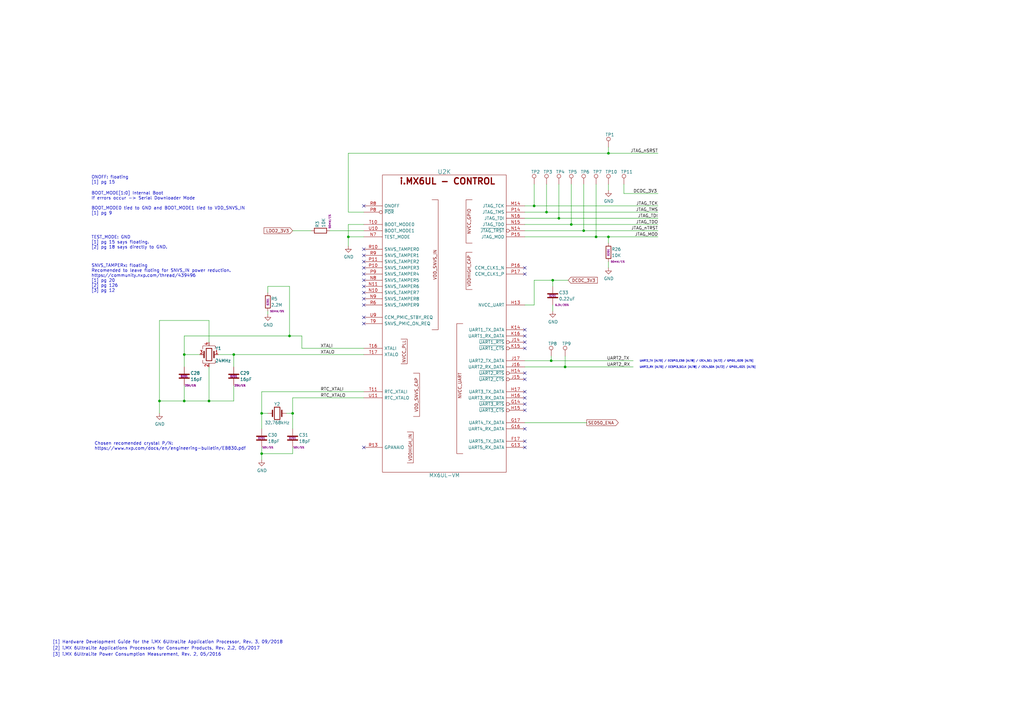
<source format=kicad_sch>
(kicad_sch (version 20230121) (generator eeschema)
  (paper "A3")
  (title_block (title "USB armory Mk II LAN") (date "2023-10-02") (rev "β") (company "WithSecure") (comment 1 "Copyright (c) The USB armory authors") (comment 2 "License: CERN-OHL-S") (comment 3 "https://github.com/usbarmory/usbarmory"))
  (lib_symbols
    (symbol "Connector:TestPoint" (pin_numbers hide) (pin_names (offset 0.762) hide)
      (property "Reference" "TP" (at 0 6.858 0))
      (property "Value" "TestPoint" (at 0 5.08 0))
      (symbol "TestPoint_0_1"
        (circle (center 0 3.302) (radius 0.762))
      )
      (symbol "TestPoint_1_1"
        (pin passive line (at 0 0 90) (length 2.54) (name "1") (number "1"))
      )
    )
    (symbol "Device:C" (pin_numbers hide) (pin_names (offset 0.254))
      (property "Reference" "C" (at 0.635 2.54 0))
      (property "Value" "C" (at 0.635 -2.54 0))
      (symbol "C_0_1"
        (polyline (pts (xy -2.032 -0.762) (xy 2.032 -0.762)) (stroke (width 0.508)))
        (polyline (pts (xy -2.032 0.762) (xy 2.032 0.762)) (stroke (width 0.508)))
      )
      (symbol "C_1_1"
        (pin passive line (at 0 3.81 270) (length 2.794) (name "~") (number "1"))
        (pin passive line (at 0 -3.81 90) (length 2.794) (name "~") (number "2"))
      )
    )
    (symbol "Device:Crystal" (pin_numbers hide) (pin_names (offset 1.016) hide)
      (property "Reference" "Y" (at 0 3.81 0))
      (property "Value" "Crystal" (at 0 -3.81 0))
      (symbol "Crystal_0_1"
        (rectangle (start -1.143 2.54) (end 1.143 -2.54) (stroke (width 0.3048)))
        (polyline (pts (xy -2.54 0) (xy -1.905 0)))
        (polyline (pts (xy -1.905 -1.27) (xy -1.905 1.27)) (stroke (width 0.508)))
        (polyline (pts (xy 1.905 -1.27) (xy 1.905 1.27)) (stroke (width 0.508)))
        (polyline (pts (xy 2.54 0) (xy 1.905 0)))
      )
      (symbol "Crystal_1_1"
        (pin passive line (at -3.81 0 0) (length 1.27) (name "1") (number "1"))
        (pin passive line (at 3.81 0 180) (length 1.27) (name "2") (number "2"))
      )
    )
    (symbol "Device:Crystal_GND24" (pin_names (offset 1.016) hide)
      (property "Reference" "Y" (at 3.175 5.08 0))
      (property "Value" "Crystal_GND24" (at 3.175 3.175 0))
      (symbol "Crystal_GND24_0_1"
        (rectangle (start -1.143 2.54) (end 1.143 -2.54) (stroke (width 0.3048)))
        (polyline (pts (xy -2.54 0) (xy -2.032 0)))
        (polyline (pts (xy -2.032 -1.27) (xy -2.032 1.27)) (stroke (width 0.508)))
        (polyline (pts (xy 0 -3.81) (xy 0 -3.556)))
        (polyline (pts (xy 0 3.556) (xy 0 3.81)))
        (polyline (pts (xy 2.032 -1.27) (xy 2.032 1.27)) (stroke (width 0.508)))
        (polyline (pts (xy 2.032 0) (xy 2.54 0)))
        (polyline (pts (xy -2.54 -2.286) (xy -2.54 -3.556) (xy 2.54 -3.556) (xy 2.54 -2.286)))
        (polyline (pts (xy -2.54 2.286) (xy -2.54 3.556) (xy 2.54 3.556) (xy 2.54 2.286)))
      )
      (symbol "Crystal_GND24_1_1"
        (pin passive line (at -3.81 0 0) (length 1.27) (name "1") (number "1"))
        (pin passive line (at 0 5.08 270) (length 1.27) (name "2") (number "2"))
        (pin passive line (at 3.81 0 180) (length 1.27) (name "3") (number "3"))
        (pin passive line (at 0 -5.08 90) (length 1.27) (name "4") (number "4"))
      )
    )
    (symbol "Device:R" (pin_numbers hide) (pin_names (offset 0))
      (property "Reference" "R" (at 2.032 0 90))
      (property "Value" "R" (at 0 0 90))
      (symbol "R_0_1"
        (rectangle (start -1.016 -2.54) (end 1.016 2.54) (stroke (width 0.254)))
      )
      (symbol "R_1_1"
        (pin passive line (at 0 3.81 270) (length 1.27) (name "~") (number "1"))
        (pin passive line (at 0 -3.81 90) (length 1.27) (name "~") (number "2"))
      )
    )
    (symbol "Power:GND" (power) (pin_names (offset 0))
      (property "Value" "GND" (at 0 -3.81 0))
      (symbol "GND_0_1"
        (polyline (pts (xy 0 0) (xy 0 -1.27) (xy 1.27 -1.27) (xy 0 -2.54) (xy -1.27 -1.27) (xy 0 -1.27)))
      )
      (symbol "GND_1_1"
        (pin power_in line (at 0 0 270) (length 0) hide (name "GND") (number "1"))
      )
    )
    (symbol "armory-mkII:MX6UL-VM" (pin_names (offset 0.762))
      (property "Reference" "U" (at 7.62 5.08 0))
      (property "Value" "MX6UL-VM" (at -5.08 5.08 0))
      (symbol "MX6UL-VM_1_0"
        (text "i.MX6UL - POWER" (at 0 -2.54 0) (effects (font (size 2.54 2.54) bold)))
      )
      (symbol "MX6UL-VM_1_1"
        (rectangle (start -25.4 0) (end 25.4 -132.08))
        (pin power_in line (at -33.02 -68.58 0) (length 7.62) (name "VSS1") (number "A1"))
        (pin power_in line (at -33.02 -71.12 0) (length 7.62) (name "VSS2") (number "A17"))
        (pin power_in line (at -33.02 -78.74 0) (length 7.62) (name "VSS5") (number "C11"))
        (pin power_in line (at -33.02 -81.28 0) (length 7.62) (name "VSS6") (number "C15"))
        (pin power_in line (at -33.02 -73.66 0) (length 7.62) (name "VSS3") (number "C3"))
        (pin power_in line (at -33.02 -76.2 0) (length 7.62) (name "VSS4") (number "C7"))
        (pin power_in line (at -33.02 -86.36 0) (length 7.62) (name "VSS8") (number "E11"))
        (pin power_in line (at -33.02 -83.82 0) (length 7.62) (name "VSS7") (number "E8"))
        (pin power_in line (at -33.02 -99.06 0) (length 7.62) (name "VSS13") (number "F10"))
        (pin power_in line (at -33.02 -101.6 0) (length 7.62) (name "VSS14") (number "F11"))
        (pin power_in line (at -33.02 -104.14 0) (length 7.62) (name "VSS15") (number "F12"))
        (pin power_in line (at -33.02 -88.9 0) (length 7.62) (name "VSS9") (number "F6"))
        (pin power_in line (at -33.02 -91.44 0) (length 7.62) (name "VSS10") (number "F7"))
        (pin power_in line (at -33.02 -93.98 0) (length 7.62) (name "VSS11") (number "F8"))
        (pin power_in line (at -33.02 -96.52 0) (length 7.62) (name "VSS12") (number "F9"))
        (pin passive line (at 33.02 -10.16 180) (length 7.62) (name "VDD_ARM_CAP2") (number "G10"))
        (pin passive line (at 33.02 -12.7 180) (length 7.62) (name "VDD_ARM_CAP3") (number "G11"))
        (pin power_in line (at -33.02 -114.3 0) (length 7.62) (name "VSS19") (number "G12"))
        (pin power_in line (at -33.02 -116.84 0) (length 7.62) (name "VSS20") (number "G15"))
        (pin power_in line (at -33.02 -106.68 0) (length 7.62) (name "VSS16") (number "G3"))
        (pin power_in line (at -33.02 -109.22 0) (length 7.62) (name "VSS17") (number "G5"))
        (pin power_in line (at -33.02 -111.76 0) (length 7.62) (name "VSS18") (number "G7"))
        (pin power_out line (at 33.02 -20.32 180) (length 7.62) (name "VDD_SOC_CAP1") (number "G8"))
        (pin power_out line (at 33.02 -7.62 180) (length 7.62) (name "VDD_ARM_CAP1") (number "G9"))
        (pin power_in line (at -33.02 -15.24 0) (length 7.62) (name "VDD_SOC_IN2") (number "H10"))
        (pin passive line (at 33.02 -15.24 180) (length 7.62) (name "VDD_ARM_CAP4") (number "H11"))
        (pin power_in line (at -33.02 -121.92 0) (length 7.62) (name "VSS22") (number "H12"))
        (pin power_in line (at -33.02 -119.38 0) (length 7.62) (name "VSS21") (number "H7"))
        (pin passive line (at 33.02 -22.86 180) (length 7.62) (name "VDD_SOC_CAP2") (number "H8"))
        (pin power_in line (at -33.02 -12.7 0) (length 7.62) (name "VDD_SOC_IN1") (number "H9"))
        (pin power_in line (at -33.02 -20.32 0) (length 7.62) (name "VDD_SOC_IN4") (number "J10"))
        (pin passive line (at 33.02 -27.94 180) (length 7.62) (name "VDD_SOC_CAP4") (number "J11"))
        (pin power_in line (at 33.02 -121.92 180) (length 7.62) (name "VSS25") (number "J12"))
        (pin power_in line (at -33.02 -124.46 0) (length 7.62) (name "VSS23") (number "J5"))
        (pin power_in line (at 33.02 -124.46 180) (length 7.62) (name "VSS24") (number "J7"))
        (pin passive line (at 33.02 -25.4 180) (length 7.62) (name "VDD_SOC_CAP3") (number "J8"))
        (pin power_in line (at -33.02 -17.78 0) (length 7.62) (name "VDD_SOC_IN3") (number "J9"))
        (pin power_in line (at -33.02 -25.4 0) (length 7.62) (name "VDD_SOC_IN6") (number "K10"))
        (pin passive line (at 33.02 -33.02 180) (length 7.62) (name "VDD_SOC_CAP6") (number "K11"))
        (pin power_in line (at 33.02 -116.84 180) (length 7.62) (name "VSS27") (number "K12"))
        (pin power_in line (at 33.02 -119.38 180) (length 7.62) (name "VSS26") (number "K7"))
        (pin passive line (at 33.02 -30.48 180) (length 7.62) (name "VDD_SOC_CAP5") (number "K8"))
        (pin power_in line (at -33.02 -22.86 0) (length 7.62) (name "VDD_SOC_IN5") (number "K9"))
        (pin passive line (at 33.02 -40.64 180) (length 7.62) (name "VDD_SOC_CAP9") (number "L10"))
        (pin passive line (at 33.02 -43.18 180) (length 7.62) (name "VDD_SOC_CAP10") (number "L11"))
        (pin power_in line (at 33.02 -109.22 180) (length 7.62) (name "VSS30") (number "L12"))
        (pin power_in line (at 33.02 -114.3 180) (length 7.62) (name "VSS28") (number "L3"))
        (pin power_in line (at 33.02 -111.76 180) (length 7.62) (name "VSS29") (number "L7"))
        (pin passive line (at 33.02 -35.56 180) (length 7.62) (name "VDD_SOC_CAP7") (number "L8"))
        (pin passive line (at 33.02 -38.1 180) (length 7.62) (name "VDD_SOC_CAP8") (number "L9"))
        (pin power_in line (at 33.02 -99.06 180) (length 7.62) (name "VSS34") (number "M10"))
        (pin power_in line (at 33.02 -96.52 180) (length 7.62) (name "VSS35") (number "M11"))
        (pin power_in line (at -33.02 -66.04 0) (length 7.62) (name "NGND_KEL0") (number "M12"))
        (pin power_in line (at 33.02 -106.68 180) (length 7.62) (name "VSS31") (number "M7"))
        (pin power_in line (at 33.02 -104.14 180) (length 7.62) (name "VSS32") (number "M8"))
        (pin power_in line (at 33.02 -101.6 180) (length 7.62) (name "VSS33") (number "M9"))
        (pin power_out line (at 33.02 -60.96 180) (length 7.62) (name "VDD_SNVS_CAP") (number "N12"))
        (pin power_in line (at -33.02 -40.64 0) (length 7.62) (name "VDD_HIGH_IN") (number "N13"))
        (pin power_in line (at 33.02 -93.98 180) (length 7.62) (name "VSS36") (number "N3"))
        (pin power_in line (at 33.02 -91.44 180) (length 7.62) (name "VSS37") (number "N5"))
        (pin power_in line (at -33.02 -50.8 0) (length 7.62) (name "VDD_SNVS_IN") (number "P12"))
        (pin power_out line (at 33.02 -55.88 180) (length 7.62) (name "NVCC_PLL") (number "P13"))
        (pin power_in line (at 33.02 -81.28 180) (length 7.62) (name "VSS41") (number "R11"))
        (pin power_out line (at 33.02 -48.26 180) (length 7.62) (name "VDD_HIGH_CAP1") (number "R14"))
        (pin passive line (at 33.02 -50.8 180) (length 7.62) (name "VDD_HIGH_CAP2") (number "R15"))
        (pin power_in line (at 33.02 -78.74 180) (length 7.62) (name "VSS42") (number "R16"))
        (pin power_in line (at 33.02 -76.2 180) (length 7.62) (name "VSS43") (number "R17"))
        (pin power_in line (at 33.02 -88.9 180) (length 7.62) (name "VSS38") (number "R3"))
        (pin power_in line (at 33.02 -86.36 180) (length 7.62) (name "VSS39") (number "R5"))
        (pin power_in line (at 33.02 -83.82 180) (length 7.62) (name "VSS40") (number "R7"))
        (pin power_in line (at 33.02 -73.66 180) (length 7.62) (name "VSS44") (number "T14"))
        (pin power_in line (at 33.02 -71.12 180) (length 7.62) (name "VSS45") (number "U1"))
        (pin power_in line (at 33.02 -68.58 180) (length 7.62) (name "VSS46") (number "U14"))
        (pin power_in line (at 33.02 -66.04 180) (length 7.62) (name "VSS47") (number "U17"))
      )
      (symbol "MX6UL-VM_2_0"
        (text "i.MX6UL - DDR" (at -1.27 -2.54 0) (effects (font (size 2.54 2.54) bold)))
      )
      (symbol "MX6UL-VM_2_1"
        (rectangle (start -25.4 0) (end 25.4 -114.3))
        (pin output line (at 33.02 -73.66 180) (length 7.62) (name "DRAM_ODT1") (number "F1"))
        (pin output line (at -33.02 -48.26 0) (length 7.62) (name "DRAM_ADDR14") (number "G1"))
        (pin output line (at -33.02 -27.94 0) (length 7.62) (name "DRAM_ADDR06") (number "G2"))
        (pin output line (at -33.02 -91.44 0) (length 7.62) (name "DRAM_RESET") (number "G4"))
        (pin power_in line (at 33.02 -88.9 180) (length 7.62) (name "NVCC_DRAM1") (number "G6"))
        (pin output line (at -33.02 -58.42 0) (length 7.62) (name "DRAM_SDBA1") (number "H1"))
        (pin output line (at -33.02 -15.24 0) (length 7.62) (name "DRAM_ADDR01") (number "H2"))
        (pin output line (at -33.02 -45.72 0) (length 7.62) (name "DRAM_ADDR13") (number "H3"))
        (pin output line (at -33.02 -30.48 0) (length 7.62) (name "DRAM_ADDR07") (number "H4"))
        (pin output inverted (at -33.02 -68.58 0) (length 7.62) (name "~{DRAM_CS1}") (number "H5"))
        (pin power_in line (at 33.02 -91.44 180) (length 7.62) (name "NVCC_DRAM2") (number "H6"))
        (pin output inverted (at -33.02 -78.74 0) (length 7.62) (name "~{DRAM_SDWE}") (number "J1"))
        (pin output inverted (at -33.02 -76.2 0) (length 7.62) (name "~{DRAM_CAS}") (number "J2"))
        (pin output line (at 33.02 -81.28 180) (length 7.62) (name "DRAM_SDCKE1") (number "J3"))
        (pin output line (at -33.02 -33.02 0) (length 7.62) (name "DRAM_ADDR08") (number "J4"))
        (pin power_in line (at 33.02 -93.98 180) (length 7.62) (name "NVCC_DRAM3") (number "J6"))
        (pin output line (at -33.02 -17.78 0) (length 7.62) (name "DRAM_ADDR02") (number "K1"))
        (pin output line (at -33.02 -60.96 0) (length 7.62) (name "DRAM_SDBA2") (number "K2"))
        (pin output line (at -33.02 -40.64 0) (length 7.62) (name "DRAM_ADDR11") (number "K3"))
        (pin output line (at -33.02 -22.86 0) (length 7.62) (name "DRAM_ADDR04") (number "K4"))
        (pin output line (at -33.02 -50.8 0) (length 7.62) (name "DRAM_ADDR15") (number "K5"))
        (pin power_in line (at 33.02 -96.52 180) (length 7.62) (name "NVCC_DRAM4") (number "K6"))
        (pin output line (at -33.02 -25.4 0) (length 7.62) (name "DRAM_ADDR05") (number "L1"))
        (pin output line (at -33.02 -35.56 0) (length 7.62) (name "DRAM_ADDR09") (number "L2"))
        (pin output line (at -33.02 -43.18 0) (length 7.62) (name "DRAM_ADDR12") (number "L4"))
        (pin output line (at -33.02 -12.7 0) (length 7.62) (name "DRAM_ADDR00") (number "L5"))
        (pin power_in line (at 33.02 -99.06 180) (length 7.62) (name "NVCC_DRAM5") (number "L6"))
        (pin output line (at -33.02 -55.88 0) (length 7.62) (name "DRAM_SDBA0") (number "M1"))
        (pin output line (at -33.02 -20.32 0) (length 7.62) (name "DRAM_ADDR03") (number "M2"))
        (pin output line (at 33.02 -83.82 180) (length 7.62) (name "DRAM_SDCKE0") (number "M3"))
        (pin output line (at -33.02 -38.1 0) (length 7.62) (name "DRAM_ADDR10") (number "M4"))
        (pin output inverted (at -33.02 -73.66 0) (length 7.62) (name "~{DRAM_RAS}") (number "M5"))
        (pin power_in line (at 33.02 -101.6 180) (length 7.62) (name "NVCC_DRAM6") (number "M6"))
        (pin output line (at 33.02 -76.2 180) (length 7.62) (name "DRAM_ODT0") (number "N1"))
        (pin output inverted (at -33.02 -66.04 0) (length 7.62) (name "~{DRAM_CS0}") (number "N2"))
        (pin input line (at -33.02 -96.52 0) (length 7.62) (name "DRAM_ZQPAD") (number "N4"))
        (pin power_in line (at -33.02 -101.6 0) (length 7.62) (name "NVCC_DRAM_2P5") (number "N6"))
        (pin output line (at -33.02 -83.82 0) (length 7.62) (name "DRAM_SDCLK0_P") (number "P1"))
        (pin output line (at -33.02 -86.36 0) (length 7.62) (name "DRAM_SDCLK0_N") (number "P2"))
        (pin bidirectional line (at 33.02 -55.88 180) (length 7.62) (name "DRAM_DATA13") (number "P3"))
        (pin power_in line (at -33.02 -106.68 0) (length 7.62) (name "DRAM_VREF") (number "P4"))
        (pin bidirectional line (at 33.02 -53.34 180) (length 7.62) (name "DRAM_DATA12") (number "P5"))
        (pin output line (at 33.02 -33.02 180) (length 7.62) (name "DRAM_SDQS0_P") (number "P6"))
        (pin output line (at 33.02 -35.56 180) (length 7.62) (name "DRAM_SDQS0_N") (number "P7"))
        (pin bidirectional line (at 33.02 -60.96 180) (length 7.62) (name "DRAM_DATA15") (number "R1"))
        (pin bidirectional line (at 33.02 -58.42 180) (length 7.62) (name "DRAM_DATA14") (number "R2"))
        (pin bidirectional line (at 33.02 -50.8 180) (length 7.62) (name "DRAM_DATA11") (number "R4"))
        (pin output line (at 33.02 -63.5 180) (length 7.62) (name "DRAM_SDQS1_P") (number "T1"))
        (pin output line (at 33.02 -66.04 180) (length 7.62) (name "DRAM_SDQS1_N") (number "T2"))
        (pin output line (at 33.02 -68.58 180) (length 7.62) (name "DRAM_DQM1") (number "T3"))
        (pin bidirectional line (at 33.02 -12.7 180) (length 7.62) (name "DRAM_DATA00") (number "T4"))
        (pin bidirectional line (at 33.02 -27.94 180) (length 7.62) (name "DRAM_DATA06") (number "T5"))
        (pin bidirectional line (at 33.02 -17.78 180) (length 7.62) (name "DRAM_DATA02") (number "T6"))
        (pin output line (at 33.02 -38.1 180) (length 7.62) (name "DRAM_DQM0") (number "T7"))
        (pin bidirectional line (at 33.02 -25.4 180) (length 7.62) (name "DRAM_DATA05") (number "T8"))
        (pin bidirectional line (at 33.02 -43.18 180) (length 7.62) (name "DRAM_DATA08") (number "U2"))
        (pin bidirectional line (at 33.02 -45.72 180) (length 7.62) (name "DRAM_DATA09") (number "U3"))
        (pin bidirectional line (at 33.02 -30.48 180) (length 7.62) (name "DRAM_DATA07") (number "U4"))
        (pin bidirectional line (at 33.02 -48.26 180) (length 7.62) (name "DRAM_DATA10") (number "U5"))
        (pin bidirectional line (at 33.02 -15.24 180) (length 7.62) (name "DRAM_DATA01") (number "U6"))
        (pin bidirectional line (at 33.02 -20.32 180) (length 7.62) (name "DRAM_DATA03") (number "U7"))
        (pin bidirectional line (at 33.02 -22.86 180) (length 7.62) (name "DRAM_DATA04") (number "U8"))
      )
      (symbol "MX6UL-VM_3_0"
        (text "i.MX6UL - NAND" (at -2.54 -2.54 0) (effects (font (size 2.54 2.54) bold)))
        (text "NVCC_NAND" (at 8.89 -34.29 900) (effects (font (size 1.27 1.27))))
      )
      (symbol "MX6UL-VM_3_1"
        (rectangle (start -25.4 0) (end 25.4 -64.77))
        (polyline (pts (xy 10.16 -10.16) (xy 7.62 -10.16) (xy 7.62 -60.96) (xy 10.16 -60.96)))
        (pin input inverted (at 33.02 -33.02 180) (length 7.62) (name "~{NAND_READY}") (number "A3"))
        (pin input line (at 33.02 -22.86 180) (length 7.62) (name "NAND_CLE") (number "A4"))
        (pin bidirectional line (at 33.02 -58.42 180) (length 7.62) (name "NAND_DATA07") (number "A5"))
        (pin bidirectional line (at 33.02 -55.88 180) (length 7.62) (name "NAND_DATA06") (number "A6"))
        (pin bidirectional line (at 33.02 -45.72 180) (length 7.62) (name "NAND_DATA02") (number "A7"))
        (pin input line (at 33.02 -20.32 180) (length 7.62) (name "NAND_ALE") (number "B4"))
        (pin input inverted (at 33.02 -15.24 180) (length 7.62) (name "~{NAND_CE1}") (number "B5"))
        (pin bidirectional line (at 33.02 -53.34 180) (length 7.62) (name "NAND_DATA05") (number "B6"))
        (pin bidirectional line (at 33.02 -43.18 180) (length 7.62) (name "NAND_DATA01") (number "B7"))
        (pin input inverted (at 33.02 -12.7 180) (length 7.62) (name "~{NAND_CE0}") (number "C5"))
        (pin bidirectional line (at 33.02 -50.8 180) (length 7.62) (name "NAND_DATA04") (number "C6"))
        (pin input inverted (at 33.02 -27.94 180) (length 7.62) (name "~{NAND_WE}") (number "C8"))
        (pin input inverted (at 33.02 -30.48 180) (length 7.62) (name "~{NAND_WP}") (number "D5"))
        (pin bidirectional line (at 33.02 -48.26 180) (length 7.62) (name "NAND_DATA03") (number "D6"))
        (pin bidirectional line (at 33.02 -40.64 180) (length 7.62) (name "NAND_DATA00") (number "D7"))
        (pin input inverted (at 33.02 -25.4 180) (length 7.62) (name "~{NAND_RE}") (number "D8"))
        (pin input line (at 33.02 -35.56 180) (length 7.62) (name "NAND_DQS") (number "E6"))
        (pin power_in line (at -33.02 -12.7 0) (length 7.62) (name "NVCC_NAND") (number "E7"))
      )
      (symbol "MX6UL-VM_4_0"
        (text "i.MX6UL - CSI" (at -2.54 -2.54 0) (effects (font (size 2.54 2.54) bold)))
        (text "NVCC_CSI" (at 8.89 -29.21 900) (effects (font (size 1.27 1.27))))
      )
      (symbol "MX6UL-VM_4_1"
        (rectangle (start -25.4 0) (end 25.4 -55.88))
        (polyline (pts (xy 10.16 -10.16) (xy 7.62 -10.16) (xy 7.62 -48.26) (xy 8.89 -48.26) (xy 10.16 -48.26)))
        (pin bidirectional line (at 33.02 -45.72 180) (length 7.62) (name "CSI_DATA07") (number "D1"))
        (pin bidirectional line (at 33.02 -43.18 180) (length 7.62) (name "CSI_DATA06") (number "D2"))
        (pin bidirectional line (at 33.02 -40.64 180) (length 7.62) (name "CSI_DATA05") (number "D3"))
        (pin bidirectional line (at 33.02 -38.1 180) (length 7.62) (name "CSI_DATA04") (number "D4"))
        (pin bidirectional line (at 33.02 -35.56 180) (length 7.62) (name "CSI_DATA03") (number "E1"))
        (pin bidirectional line (at 33.02 -33.02 180) (length 7.62) (name "CSI_DATA02") (number "E2"))
        (pin bidirectional line (at 33.02 -30.48 180) (length 7.62) (name "CSI_DATA01") (number "E3"))
        (pin bidirectional line (at 33.02 -27.94 180) (length 7.62) (name "CSI_DATA00") (number "E4"))
        (pin input line (at 33.02 -15.24 180) (length 7.62) (name "CSI_PIXCLK") (number "E5"))
        (pin input line (at 33.02 -20.32 180) (length 7.62) (name "CSI_VSYNC") (number "F2"))
        (pin input line (at 33.02 -22.86 180) (length 7.62) (name "CSI_HSYNC") (number "F3"))
        (pin power_in line (at -33.02 -12.7 0) (length 7.62) (name "NVCC_CSI") (number "F4"))
        (pin input line (at 33.02 -12.7 180) (length 7.62) (name "CSI_MCLK") (number "F5"))
      )
      (symbol "MX6UL-VM_5_0"
        (text "i.MX6UL - GPIO" (at -2.54 -2.54 0) (effects (font (size 2.54 2.54) bold)))
        (text "NVCC_GPIO" (at 8.89 -24.13 900) (effects (font (size 1.27 1.27))))
      )
      (symbol "MX6UL-VM_5_1"
        (rectangle (start -25.4 0) (end 25.4 -46.99))
        (polyline (pts (xy 10.16 -10.16) (xy 7.62 -10.16) (xy 7.62 -38.1) (xy 8.89 -38.1) (xy 10.16 -38.1)))
        (pin power_in line (at -33.02 -12.7 0) (length 7.62) (name "NVCC_GPIO") (number "J13"))
        (pin bidirectional line (at 33.02 -12.7 180) (length 7.62) (name "GPIO1_IO00") (number "K13"))
        (pin bidirectional line (at 33.02 -27.94 180) (length 7.62) (name "GPIO1_IO06") (number "K17"))
        (pin bidirectional line (at 33.02 -17.78 180) (length 7.62) (name "GPIO1_IO02") (number "L14"))
        (pin bidirectional line (at 33.02 -15.24 180) (length 7.62) (name "GPIO1_IO01") (number "L15"))
        (pin bidirectional line (at 33.02 -30.48 180) (length 7.62) (name "GPIO1_IO07") (number "L16"))
        (pin bidirectional line (at 33.02 -20.32 180) (length 7.62) (name "GPIO1_IO03") (number "L17"))
        (pin bidirectional line (at 33.02 -35.56 180) (length 7.62) (name "GPIO1_IO09") (number "M15"))
        (pin bidirectional line (at 33.02 -22.86 180) (length 7.62) (name "GPIO1_IO04") (number "M16"))
        (pin bidirectional line (at 33.02 -25.4 180) (length 7.62) (name "GPIO1_IO05") (number "M17"))
        (pin bidirectional line (at 33.02 -33.02 180) (length 7.62) (name "GPIO1_IO08") (number "N17"))
      )
      (symbol "MX6UL-VM_6_0"
        (text "i.MX6UL - ENET" (at -2.54 -2.54 0) (effects (font (size 2.54 2.54) bold)))
        (text "NVCC_ENET" (at 6.35 -35.56 900) (effects (font (size 1.27 1.27))))
      )
      (symbol "MX6UL-VM_6_1"
        (rectangle (start -25.4 0) (end 25.4 -59.69))
        (polyline (pts (xy 7.62 -10.16) (xy 5.08 -10.16) (xy 5.08 -55.88) (xy 7.62 -55.88)))
        (pin bidirectional line (at 33.02 -35.56 180) (length 7.62) (name "ENET2_TX_DATA0") (number "A15"))
        (pin bidirectional line (at 33.02 -38.1 180) (length 7.62) (name "ENET2_TX_DATA1") (number "A16"))
        (pin bidirectional line (at 33.02 -40.64 180) (length 7.62) (name "ENET2_TX_EN") (number "B15"))
        (pin bidirectional line (at 33.02 -53.34 180) (length 7.62) (name "ENET2_RX_EN") (number "B17"))
        (pin bidirectional line (at 33.02 -48.26 180) (length 7.62) (name "ENET2_RX_DATA1") (number "C16"))
        (pin bidirectional line (at 33.02 -45.72 180) (length 7.62) (name "ENET2_RX_DATA0") (number "C17"))
        (pin bidirectional line (at 33.02 -27.94 180) (length 7.62) (name "ENET1_RX_ER") (number "D15"))
        (pin bidirectional line (at 33.02 -50.8 180) (length 7.62) (name "ENET2_RX_ER") (number "D16"))
        (pin bidirectional line (at 33.02 -43.18 180) (length 7.62) (name "ENET2_TX_CLK") (number "D17"))
        (pin bidirectional line (at 33.02 -15.24 180) (length 7.62) (name "ENET1_TX_DATA1") (number "E14"))
        (pin bidirectional line (at 33.02 -12.7 180) (length 7.62) (name "ENET1_TX_DATA0") (number "E15"))
        (pin bidirectional line (at 33.02 -30.48 180) (length 7.62) (name "ENET1_RX_EN") (number "E16"))
        (pin bidirectional line (at 33.02 -25.4 180) (length 7.62) (name "ENET1_RX_DATA1") (number "E17"))
        (pin power_in line (at -33.02 -12.7 0) (length 7.62) (name "NVCC_ENET") (number "F13"))
        (pin bidirectional line (at 33.02 -20.32 180) (length 7.62) (name "ENET1_TX_CLK") (number "F14"))
        (pin bidirectional line (at 33.02 -17.78 180) (length 7.62) (name "ENET1_TX_EN") (number "F15"))
        (pin bidirectional line (at 33.02 -22.86 180) (length 7.62) (name "ENET1_RX_DATA0") (number "F16"))
      )
      (symbol "MX6UL-VM_7_0"
        (text "i.MX6UL - LCD" (at -2.54 -2.54 0) (effects (font (size 2.54 2.54) bold)))
        (text "NVCC_LCD1" (at 8.89 -50.8 900) (effects (font (size 1.27 1.27))))
      )
      (symbol "MX6UL-VM_7_1"
        (rectangle (start -25.4 0) (end 25.4 -97.79))
        (polyline (pts (xy 10.16 -10.16) (xy 7.62 -10.16) (xy 7.62 -91.44) (xy 10.16 -91.44)))
        (pin bidirectional line (at 33.02 -45.72 180) (length 7.62) (name "LCD_DATA06") (number "A10"))
        (pin bidirectional line (at 33.02 -53.34 180) (length 7.62) (name "LCD_DATA09") (number "A11"))
        (pin bidirectional line (at 33.02 -66.04 180) (length 7.62) (name "LCD_DATA14") (number "A12"))
        (pin bidirectional line (at 33.02 -76.2 180) (length 7.62) (name "LCD_DATA18") (number "A13"))
        (pin bidirectional line (at 33.02 -86.36 180) (length 7.62) (name "LCD_DATA22") (number "A14"))
        (pin bidirectional line (at 33.02 -12.7 180) (length 7.62) (name "LCD_CLK") (number "A8"))
        (pin bidirectional line (at 33.02 -33.02 180) (length 7.62) (name "LCD_DATA01") (number "A9"))
        (pin bidirectional line (at 33.02 -43.18 180) (length 7.62) (name "LCD_DATA05") (number "B10"))
        (pin bidirectional line (at 33.02 -50.8 180) (length 7.62) (name "LCD_DATA08") (number "B11"))
        (pin bidirectional line (at 33.02 -63.5 180) (length 7.62) (name "LCD_DATA13") (number "B12"))
        (pin bidirectional line (at 33.02 -73.66 180) (length 7.62) (name "LCD_DATA17") (number "B13"))
        (pin bidirectional line (at 33.02 -83.82 180) (length 7.62) (name "LCD_DATA21") (number "B14"))
        (pin bidirectional line (at 33.02 -88.9 180) (length 7.62) (name "LCD_DATA23") (number "B16"))
        (pin bidirectional line (at 33.02 -17.78 180) (length 7.62) (name "LCD_ENABLE") (number "B8"))
        (pin bidirectional line (at 33.02 -30.48 180) (length 7.62) (name "LCD_DATA00") (number "B9"))
        (pin bidirectional line (at 33.02 -40.64 180) (length 7.62) (name "LCD_DATA04") (number "C10"))
        (pin bidirectional line (at 33.02 -60.96 180) (length 7.62) (name "LCD_DATA12") (number "C12"))
        (pin bidirectional line (at 33.02 -71.12 180) (length 7.62) (name "LCD_DATA16") (number "C13"))
        (pin bidirectional line (at 33.02 -81.28 180) (length 7.62) (name "LCD_DATA20") (number "C14"))
        (pin bidirectional line (at 33.02 -22.86 180) (length 7.62) (name "LCD_VSYNC") (number "C9"))
        (pin bidirectional line (at 33.02 -38.1 180) (length 7.62) (name "LCD_DATA03") (number "D10"))
        (pin bidirectional line (at 33.02 -48.26 180) (length 7.62) (name "LCD_DATA07") (number "D11"))
        (pin bidirectional line (at 33.02 -58.42 180) (length 7.62) (name "LCD_DATA11") (number "D12"))
        (pin bidirectional line (at 33.02 -68.58 180) (length 7.62) (name "LCD_DATA15") (number "D13"))
        (pin bidirectional line (at 33.02 -78.74 180) (length 7.62) (name "LCD_DATA19") (number "D14"))
        (pin bidirectional line (at 33.02 -20.32 180) (length 7.62) (name "LCD_HSYNC") (number "D9"))
        (pin bidirectional line (at 33.02 -35.56 180) (length 7.62) (name "LCD_DATA02") (number "E10"))
        (pin bidirectional line (at 33.02 -55.88 180) (length 7.62) (name "LCD_DATA10") (number "E12"))
        (pin power_in line (at -33.02 -12.7 0) (length 7.62) (name "NVCC_LCD") (number "E13"))
        (pin bidirectional line (at 33.02 -25.4 180) (length 7.62) (name "LCD_RESET") (number "E9"))
      )
      (symbol "MX6UL-VM_8_0"
        (text "i.MX6UL - USB" (at -2.54 -2.54 0) (effects (font (size 2.54 2.54) bold)))
      )
      (symbol "MX6UL-VM_8_1"
        (rectangle (start -25.4 0) (end 25.4 -48.26))
        (pin power_out line (at 33.02 -26.67 180) (length 7.62) (name "VDD_USB_CAP") (number "R12"))
        (pin power_in line (at -33.02 -12.7 0) (length 7.62) (name "USB_OTG1_VBUS") (number "T12"))
        (pin bidirectional line (at 33.02 -35.56 180) (length 7.62) (name "USB_OTG2_DN") (number "T13"))
        (pin bidirectional line (at 33.02 -12.7 180) (length 7.62) (name "USB_OTG1_DN") (number "T15"))
        (pin power_in line (at -33.02 -35.56 0) (length 7.62) (name "USB_OTG2_VBUS") (number "U12"))
        (pin bidirectional line (at 33.02 -38.1 180) (length 7.62) (name "USB_OTG2_DP") (number "U13"))
        (pin bidirectional line (at 33.02 -15.24 180) (length 7.62) (name "USB_OTG1_DP") (number "U15"))
        (pin bidirectional inverted (at 33.02 -17.78 180) (length 7.62) (name "~{USB_OTG1_CHD}") (number "U16"))
      )
      (symbol "MX6UL-VM_9_0"
        (text "i.MX6UL - SD" (at 0 -2.54 0) (effects (font (size 2.54 2.54) bold)))
        (text "NVCC_SD1" (at 10.16 -20.32 900) (effects (font (size 1.27 1.27))))
      )
      (symbol "MX6UL-VM_9_1"
        (rectangle (start -25.4 0) (end 25.4 -38.1))
        (polyline (pts (xy 11.43 -10.16) (xy 8.89 -10.16) (xy 8.89 -30.48) (xy 11.43 -30.48)))
        (pin bidirectional line (at 33.02 -27.94 180) (length 7.62) (name "SD1_DATA3") (number "A2"))
        (pin bidirectional line (at 33.02 -25.4 180) (length 7.62) (name "SD1_DATA2") (number "B1"))
        (pin bidirectional line (at 33.02 -22.86 180) (length 7.62) (name "SD1_DATA1") (number "B2"))
        (pin bidirectional line (at 33.02 -20.32 180) (length 7.62) (name "SD1_DATA0") (number "B3"))
        (pin bidirectional line (at 33.02 -12.7 180) (length 7.62) (name "SD1_CLK") (number "C1"))
        (pin bidirectional line (at 33.02 -15.24 180) (length 7.62) (name "SD1_CMD") (number "C2"))
        (pin power_in line (at -33.02 -12.7 0) (length 7.62) (name "NVCC_SD1") (number "C4"))
      )
      (symbol "MX6UL-VM_10_0"
        (text "i.MX6UL - ADC" (at 0 -2.54 0) (effects (font (size 2.54 2.54) bold)))
      )
      (symbol "MX6UL-VM_10_1"
        (rectangle (start -25.4 0) (end 25.4 -38.1))
        (pin power_in line (at -33.02 -12.7 0) (length 7.62) (name "VDDA_ADC_3P3") (number "L13"))
        (pin power_in line (at -33.02 -22.86 0) (length 7.62) (name "ADC_VREFH") (number "M13"))
      )
      (symbol "MX6UL-VM_11_0"
        (polyline (pts (xy -17.78 -67.31) (xy -15.24 -67.31) (xy -15.24 -77.47) (xy -17.78 -77.47)))
        (polyline (pts (xy -15.24 -105.41) (xy -12.7 -105.41) (xy -12.7 -118.11) (xy -15.24 -118.11)))
        (polyline (pts (xy -12.7 -81.28) (xy -10.16 -81.28) (xy -10.16 -99.06) (xy -12.7 -99.06)))
        (polyline (pts (xy -5.08 -10.16) (xy -2.54 -10.16) (xy -2.54 -63.5) (xy -5.08 -63.5)))
        (polyline (pts (xy 7.62 -60.96) (xy 5.08 -60.96) (xy 5.08 -114.3) (xy 7.62 -114.3)))
        (text "i.MX6UL - CONTROL" (at 1.27 -2.54 0) (effects (font (size 2.54 2.54) bold)))
        (text "NVCC_GPIO" (at 10.16 -19.05 900) (effects (font (size 1.27 1.27))))
        (text "NVCC_PLL" (at -16.51 -72.39 900) (effects (font (size 1.27 1.27))))
        (text "NVCC_UART" (at 6.35 -86.36 900) (effects (font (size 1.27 1.27))))
        (text "VDD_SNVS_CAP" (at -11.43 -90.17 900) (effects (font (size 1.27 1.27))))
        (text "VDD_SNVS_IN" (at -3.81 -36.83 900) (effects (font (size 1.27 1.27))))
        (text "VDDHIGH_CAP" (at 10.16 -39.37 900) (effects (font (size 1.27 1.27))))
        (text "VDDHIGH_IN" (at -13.97 -111.76 900) (effects (font (size 1.27 1.27))))
      )
      (symbol "MX6UL-VM_11_1"
        (rectangle (start -25.4 0) (end 25.4 -121.92))
        (polyline (pts (xy 11.43 -31.75) (xy 8.89 -31.75) (xy 8.89 -46.99) (xy 10.16 -46.99) (xy 11.43 -46.99)))
        (polyline (pts (xy 11.43 -10.16) (xy 8.89 -10.16) (xy 8.89 -27.94) (xy 10.16 -27.94) (xy 11.43 -27.94)))
        (pin bidirectional line (at 33.02 -109.22 180) (length 7.62) (name "UART5_TX_DATA") (number "F17"))
        (pin bidirectional line (at 33.02 -111.76 180) (length 7.62) (name "UART5_RX_DATA") (number "G13"))
        (pin bidirectional inverted (at 33.02 -93.98 180) (length 7.62) (name "~{UART3_RTS}") (number "G14"))
        (pin bidirectional line (at 33.02 -104.14 180) (length 7.62) (name "UART4_RX_DATA") (number "G16"))
        (pin bidirectional line (at 33.02 -101.6 180) (length 7.62) (name "UART4_TX_DATA") (number "G17"))
        (pin power_in line (at 33.02 -53.34 180) (length 7.62) (name "NVCC_UART") (number "H13"))
        (pin bidirectional inverted (at 33.02 -81.28 180) (length 7.62) (name "~{UART2_RTS}") (number "H14"))
        (pin bidirectional inverted (at 33.02 -96.52 180) (length 7.62) (name "~{UART3_CTS}") (number "H15"))
        (pin bidirectional line (at 33.02 -91.44 180) (length 7.62) (name "UART3_RX_DATA") (number "H16"))
        (pin bidirectional line (at 33.02 -88.9 180) (length 7.62) (name "UART3_TX_DATA") (number "H17"))
        (pin bidirectional inverted (at 33.02 -68.58 180) (length 7.62) (name "~{UART1_RTS}") (number "J14"))
        (pin bidirectional inverted (at 33.02 -83.82 180) (length 7.62) (name "~{UART2_CTS}") (number "J15"))
        (pin bidirectional line (at 33.02 -78.74 180) (length 7.62) (name "UART2_RX_DATA") (number "J16"))
        (pin bidirectional line (at 33.02 -76.2 180) (length 7.62) (name "UART2_TX_DATA") (number "J17"))
        (pin bidirectional line (at 33.02 -63.5 180) (length 7.62) (name "UART1_TX_DATA") (number "K14"))
        (pin bidirectional inverted (at 33.02 -71.12 180) (length 7.62) (name "~{UART1_CTS}") (number "K15"))
        (pin bidirectional line (at 33.02 -66.04 180) (length 7.62) (name "UART1_RX_DATA") (number "K16"))
        (pin bidirectional line (at 33.02 -12.7 180) (length 7.62) (name "JTAG_TCK") (number "M14"))
        (pin input line (at -33.02 -48.26 0) (length 7.62) (name "SNVS_TAMPER7") (number "N10"))
        (pin input line (at -33.02 -45.72 0) (length 7.62) (name "SNVS_TAMPER6") (number "N11"))
        (pin input inverted (at 33.02 -22.86 180) (length 7.62) (name "~{JTAG_TRST}") (number "N14"))
        (pin bidirectional line (at 33.02 -20.32 180) (length 7.62) (name "JTAG_TDO") (number "N15"))
        (pin input line (at 33.02 -17.78 180) (length 7.62) (name "JTAG_TDI") (number "N16"))
        (pin input line (at -33.02 -25.4 0) (length 7.62) (name "TEST_MODE") (number "N7"))
        (pin input line (at -33.02 -43.18 0) (length 7.62) (name "SNVS_TAMPER5") (number "N8"))
        (pin input line (at -33.02 -50.8 0) (length 7.62) (name "SNVS_TAMPER8") (number "N9"))
        (pin input line (at -33.02 -38.1 0) (length 7.62) (name "SNVS_TAMPER3") (number "P10"))
        (pin input line (at -33.02 -35.56 0) (length 7.62) (name "SNVS_TAMPER2") (number "P11"))
        (pin bidirectional line (at 33.02 -15.24 180) (length 7.62) (name "JTAG_TMS") (number "P14"))
        (pin bidirectional line (at 33.02 -25.4 180) (length 7.62) (name "JTAG_MOD") (number "P15"))
        (pin bidirectional line (at 33.02 -38.1 180) (length 7.62) (name "CCM_CLK1_N") (number "P16"))
        (pin bidirectional line (at 33.02 -40.64 180) (length 7.62) (name "CCM_CLK1_P") (number "P17"))
        (pin input inverted (at -33.02 -15.24 0) (length 7.62) (name "~{POR}") (number "P8"))
        (pin input line (at -33.02 -40.64 0) (length 7.62) (name "SNVS_TAMPER4") (number "P9"))
        (pin input line (at -33.02 -30.48 0) (length 7.62) (name "SNVS_TAMPER0") (number "R10"))
        (pin power_in line (at -33.02 -111.76 0) (length 7.62) (name "GPANAIO") (number "R13"))
        (pin input line (at -33.02 -53.34 0) (length 7.62) (name "SNVS_TAMPER9") (number "R6"))
        (pin input line (at -33.02 -12.7 0) (length 7.62) (name "ONOFF") (number "R8"))
        (pin input line (at -33.02 -33.02 0) (length 7.62) (name "SNVS_TAMPER1") (number "R9"))
        (pin input line (at -33.02 -20.32 0) (length 7.62) (name "BOOT_MODE0") (number "T10"))
        (pin input line (at -33.02 -88.9 0) (length 7.62) (name "RTC_XTALI") (number "T11"))
        (pin input line (at -33.02 -71.12 0) (length 7.62) (name "XTALI") (number "T16"))
        (pin input line (at -33.02 -73.66 0) (length 7.62) (name "XTALO") (number "T17"))
        (pin input line (at -33.02 -60.96 0) (length 7.62) (name "SNVS_PMIC_ON_REQ") (number "T9"))
        (pin input line (at -33.02 -22.86 0) (length 7.62) (name "BOOT_MODE1") (number "U10"))
        (pin input line (at -33.02 -91.44 0) (length 7.62) (name "RTC_XTALO") (number "U11"))
        (pin input line (at -33.02 -58.42 0) (length 7.62) (name "CCM_PMIC_STBY_REQ") (number "U9"))
      )
    )
  )
  (junction (at 231.775 150.495))
  (junction (at 229.235 89.535))
  (junction (at 107.315 186.055))
  (junction (at 120.015 169.545))
  (junction (at 75.565 145.415))
  (junction (at 226.695 114.935))
  (junction (at 249.555 62.865))
  (junction (at 142.875 97.155))
  (junction (at 249.555 97.155))
  (junction (at 234.315 92.075))
  (junction (at 244.475 97.155))
  (junction (at 75.565 164.465))
  (junction (at 219.075 84.455))
  (junction (at 224.155 86.995))
  (junction (at 65.405 164.465))
  (junction (at 85.725 164.465))
  (junction (at 118.745 137.795))
  (junction (at 239.395 94.615))
  (junction (at 95.885 145.415))
  (junction (at 107.315 169.545))
  (junction (at 226.06 147.955))
  (no_connect (at 149.225 112.395))
  (no_connect (at 215.265 112.395))
  (no_connect (at 149.225 84.455))
  (no_connect (at 215.265 155.575))
  (no_connect (at 215.265 140.335))
  (no_connect (at 215.265 142.875))
  (no_connect (at 215.265 183.515))
  (no_connect (at 149.225 130.175))
  (no_connect (at 215.265 175.895))
  (no_connect (at 215.265 135.255))
  (no_connect (at 149.225 125.095))
  (no_connect (at 149.225 122.555))
  (no_connect (at 149.225 114.935))
  (no_connect (at 149.225 132.715))
  (no_connect (at 215.265 163.195))
  (no_connect (at 149.225 120.015))
  (no_connect (at 215.265 180.975))
  (no_connect (at 149.225 102.235))
  (no_connect (at 215.265 165.735))
  (no_connect (at 149.225 109.855))
  (no_connect (at 149.225 107.315))
  (no_connect (at 215.265 137.795))
  (no_connect (at 149.225 183.515))
  (no_connect (at 215.265 168.275))
  (no_connect (at 215.265 153.035))
  (no_connect (at 215.265 109.855))
  (no_connect (at 149.225 117.475))
  (no_connect (at 215.265 160.655))
  (no_connect (at 149.225 104.775))
  (wire (pts (xy 123.825 137.795) (xy 123.825 142.875)))
  (wire (pts (xy 249.555 97.155) (xy 249.555 99.695)))
  (wire (pts (xy 85.725 131.445) (xy 65.405 131.445)))
  (wire (pts (xy 89.535 145.415) (xy 95.885 145.415)))
  (wire (pts (xy 215.265 84.455) (xy 219.075 84.455)))
  (wire (pts (xy 95.885 145.415) (xy 149.225 145.415)))
  (wire (pts (xy 107.315 186.055) (xy 107.315 188.595)))
  (wire (pts (xy 226.06 146.05) (xy 226.06 147.955)))
  (wire (pts (xy 142.875 86.995) (xy 149.225 86.995)))
  (wire (pts (xy 226.695 114.935) (xy 233.045 114.935)))
  (wire (pts (xy 120.015 186.055) (xy 120.015 183.515)))
  (wire (pts (xy 249.555 60.325) (xy 249.555 62.865)))
  (wire (pts (xy 149.225 97.155) (xy 142.875 97.155)))
  (wire (pts (xy 109.855 117.475) (xy 118.745 117.475)))
  (wire (pts (xy 120.015 163.195) (xy 120.015 169.545)))
  (wire (pts (xy 215.265 173.355) (xy 240.665 173.355)))
  (wire (pts (xy 215.265 125.095) (xy 219.075 125.095)))
  (wire (pts (xy 255.905 79.375) (xy 269.875 79.375)))
  (wire (pts (xy 249.555 62.865) (xy 269.875 62.865)))
  (wire (pts (xy 219.075 114.935) (xy 226.695 114.935)))
  (wire (pts (xy 127.635 94.615) (xy 120.015 94.615)))
  (wire (pts (xy 229.235 89.535) (xy 269.875 89.535)))
  (wire (pts (xy 231.775 146.05) (xy 231.775 150.495)))
  (wire (pts (xy 219.075 84.455) (xy 219.075 75.565)))
  (wire (pts (xy 75.565 164.465) (xy 65.405 164.465)))
  (wire (pts (xy 239.395 94.615) (xy 215.265 94.615)))
  (wire (pts (xy 149.225 92.075) (xy 142.875 92.075)))
  (wire (pts (xy 219.075 125.095) (xy 219.075 114.935)))
  (wire (pts (xy 118.745 137.795) (xy 123.825 137.795)))
  (wire (pts (xy 109.855 127.635) (xy 109.855 128.905)))
  (wire (pts (xy 95.885 158.115) (xy 95.885 164.465)))
  (wire (pts (xy 65.405 131.445) (xy 65.405 164.465)))
  (wire (pts (xy 219.075 84.455) (xy 269.875 84.455)))
  (wire (pts (xy 234.315 75.565) (xy 234.315 92.075)))
  (wire (pts (xy 75.565 145.415) (xy 75.565 150.495)))
  (wire (pts (xy 75.565 145.415) (xy 75.565 137.795)))
  (wire (pts (xy 215.265 147.955) (xy 226.06 147.955)))
  (wire (pts (xy 239.395 94.615) (xy 269.875 94.615)))
  (wire (pts (xy 65.405 164.465) (xy 65.405 169.545)))
  (wire (pts (xy 75.565 158.115) (xy 75.565 164.465)))
  (wire (pts (xy 142.875 62.865) (xy 249.555 62.865)))
  (wire (pts (xy 215.265 150.495) (xy 231.775 150.495)))
  (wire (pts (xy 249.555 107.315) (xy 249.555 109.855)))
  (wire (pts (xy 95.885 145.415) (xy 95.885 150.495)))
  (wire (pts (xy 255.905 75.565) (xy 255.905 79.375)))
  (wire (pts (xy 215.265 97.155) (xy 244.475 97.155)))
  (wire (pts (xy 107.315 169.545) (xy 107.315 175.895)))
  (wire (pts (xy 229.235 89.535) (xy 215.265 89.535)))
  (wire (pts (xy 142.875 92.075) (xy 142.875 97.155)))
  (wire (pts (xy 149.225 160.655) (xy 107.315 160.655)))
  (wire (pts (xy 123.825 142.875) (xy 149.225 142.875)))
  (wire (pts (xy 239.395 75.565) (xy 239.395 94.615)))
  (wire (pts (xy 234.315 92.075) (xy 215.265 92.075)))
  (wire (pts (xy 244.475 97.155) (xy 244.475 75.565)))
  (wire (pts (xy 226.695 117.475) (xy 226.695 114.935)))
  (wire (pts (xy 118.745 117.475) (xy 118.745 137.795)))
  (wire (pts (xy 149.225 163.195) (xy 120.015 163.195)))
  (wire (pts (xy 107.315 160.655) (xy 107.315 169.545)))
  (wire (pts (xy 142.875 97.155) (xy 142.875 100.965)))
  (wire (pts (xy 226.695 125.095) (xy 226.695 127.635)))
  (wire (pts (xy 231.775 150.495) (xy 259.715 150.495)))
  (wire (pts (xy 109.855 169.545) (xy 107.315 169.545)))
  (wire (pts (xy 109.855 120.015) (xy 109.855 117.475)))
  (wire (pts (xy 85.725 140.335) (xy 85.725 131.445)))
  (wire (pts (xy 249.555 97.155) (xy 269.875 97.155)))
  (wire (pts (xy 234.315 92.075) (xy 269.875 92.075)))
  (wire (pts (xy 244.475 97.155) (xy 249.555 97.155)))
  (wire (pts (xy 249.555 75.565) (xy 249.555 78.105)))
  (wire (pts (xy 142.875 62.865) (xy 142.875 86.995)))
  (wire (pts (xy 85.725 164.465) (xy 75.565 164.465)))
  (wire (pts (xy 85.725 150.495) (xy 85.725 164.465)))
  (wire (pts (xy 75.565 137.795) (xy 118.745 137.795)))
  (wire (pts (xy 107.315 183.515) (xy 107.315 186.055)))
  (wire (pts (xy 229.235 75.565) (xy 229.235 89.535)))
  (wire (pts (xy 120.015 169.545) (xy 120.015 175.895)))
  (wire (pts (xy 224.155 86.995) (xy 215.265 86.995)))
  (wire (pts (xy 224.155 86.995) (xy 269.875 86.995)))
  (wire (pts (xy 224.155 75.565) (xy 224.155 86.995)))
  (wire (pts (xy 226.06 147.955) (xy 259.715 147.955)))
  (wire (pts (xy 117.475 169.545) (xy 120.015 169.545)))
  (wire (pts (xy 95.885 164.465) (xy 85.725 164.465)))
  (wire (pts (xy 107.315 186.055) (xy 120.015 186.055)))
  (wire (pts (xy 149.225 94.615) (xy 135.255 94.615)))
  (wire (pts (xy 75.565 145.415) (xy 81.915 145.415)))
  (text "UART2_TX [ALT0] / ECSPI3_CS0 [ALT8] / I2C4_SCL [ALT2] / GPIO1_IO20 [ALT5]" (at 262.255 148.59 0) (effects (font (size 0.762 0.762)) (justify left bottom)))
  (text "[3] i.MX 6UltraLite Power Consumption Measurement, Rev. 2, 05/2016\n" (at 21.59 269.24 0) (effects (font (size 1.27 1.27)) (justify left bottom)))
  (text "UART2_RX [ALT0] / ECSPI3_SCLK [ALT8] / I2C4_SDA [ALT2] / GPIO1_IO21 [ALT5]" (at 262.255 151.13 0) (effects (font (size 0.762 0.762)) (justify left bottom)))
  (text "[1] Hardware Development Guide for the i.MX 6UltraLite Application Processor, Rev. 3, 09/2018\n" (at 21.59 264.16 0) (effects (font (size 1.27 1.27)) (justify left bottom)))
  (text "[2] i.MX 6UltraLite Applications Processors for Consumer Products, Rev. 2.2, 05/2017\n" (at 21.59 266.7 0) (effects (font (size 1.27 1.27)) (justify left bottom)))
  (text "Chosen recomended crystal P/N:\nhttps://www.nxp.com/docs/en/engineering-bulletin/EB830.pdf" (at 38.735 184.785 0) (effects (font (size 1.27 1.27)) (justify left bottom)))
  (text "TEST_MODE: GND\n[1] pg 15 says floating.\n[2] pg 18 says directly to GND." (at 37.465 102.235 0) (effects (font (size 1.27 1.27)) (justify left bottom)))
  (text "ONOFF: floating\n[1] pg 15" (at 37.465 75.565 0) (effects (font (size 1.27 1.27)) (justify left bottom)))
  (text "BOOT_MODE[1:0] Internal Boot\nIf errors occur -> Serial Downloader Mode\n\nBOOT_MODE0 tied to GND and BOOT_MODE1 tied to VDD_SNVS_IN\n[1] pg 9" (at 37.465 88.265 0) (effects (font (size 1.27 1.27)) (justify left bottom)))
  (text "SNVS_TAMPERx: floating\nRecomended to leave floting for SNVS_IN power reduction.\nhttps://community.nxp.com/thread/439496\n[1] pg 20\n[2] pg 126\n[3] pg 12" (at 37.465 120.015 0) (effects (font (size 1.27 1.27)) (justify left bottom)))
  (label "DCDC_3V3" (at 259.715 79.375 0))
  (label "JTAG_TDI" (at 269.875 89.535 180))
  (label "JTAG_TDO" (at 269.875 92.075 180))
  (label "JTAG_TMS" (at 269.875 86.995 180))
  (label "JTAG_nTRST" (at 269.875 94.615 180))
  (label "UART2_RX" (at 248.92 150.495 0))
  (label "JTAG_nSRST" (at 269.875 62.865 180))
  (label "RTC_XTALO" (at 131.445 163.195 0))
  (label "RTC_XTALI" (at 131.445 160.655 0))
  (label "UART2_TX" (at 248.92 147.955 0))
  (label "XTALI" (at 131.445 142.875 0))
  (label "JTAG_TCK" (at 269.875 84.455 180))
  (label "XTALO" (at 131.445 145.415 0))
  (label "JTAG_MOD" (at 269.875 97.155 180))
  (global_label "LDO2_3V3" (shape input) (at 120.015 94.615 180) (property "Intersheetrefs" "${INTERSHEET_REFS}" (effects hide)))
  (global_label "SE050_ENA" (shape output) (at 240.665 173.355 0) (property "Intersheetrefs" "${INTERSHEET_REFS}" (effects hide)))
  (global_label "DCDC_3V3" (shape input) (at 233.045 114.935 0) (property "Intersheetrefs" "${INTERSHEET_REFS}" (effects hide)))
  (symbol (lib_id "Device:Crystal") (at 113.665 169.545 0) (unit 1)
    (property "Reference" "Y2" (at 113.665 165.735 0))
    (property "Value" "32.768kHz" (at 113.665 173.355 0))
    (property "Footprint" "armory-kicad:CM7V-T1A" (effects hide))
    (property "Mfg" "Micro Crystal" (effects hide))
    (property "Mfg PN" "CM7V-T1A-32.768kHz-12.5pF-20PPM-TA-QC" (effects hide))
    (property "Desc" "12.5pF" (effects hide))
    (property "Supplier" "Mouser" (effects hide))
    (property "Supplier PN" "428-200458-MG01" (effects hide))
    (property "Alternative PN" "CM7V-T1A-32.768kHz-12.5pF-20PPM-TA-QA" (effects hide))
  )
  (symbol (lib_id "Power:GND") (at 107.315 188.595 0) (unit 1)
    (property "Reference" "#PWR025" (effects hide))
    (property "Value" "GND" (at 107.442 192.9892 0))
  )
  (symbol (lib_id "Device:C") (at 107.315 179.705 0) (unit 1)
    (property "Reference" "C30" (at 109.855 178.435 0) (effects (justify left)))
    (property "Value" "18pF" (at 109.855 180.975 0) (effects (justify left)))
    (property "Footprint" "armory-kicad:SM0201" (effects hide))
    (property "Mfg" "Murata Electronics North America" (effects hide))
    (property "Mfg PN" "GRM0335C1H180JA01D" (effects hide))
    (property "Desc" "C0G, 5%, 50V" (effects hide))
    (property "Supplier" "Digikey" (effects hide))
    (property "Supplier PN" "490-6117-2-ND" (effects hide))
    (property "FP" "0201" (at 107.315 179.705 0) (effects (font (size 0.762 0.762))))
    (property "Rating" "50V/5%" (at 109.855 183.515 0) (effects (font (size 0.762 0.762))))
    (property "Alternative PN" "GRM0335C1H180GA01D" (effects hide))
  )
  (symbol (lib_id "Device:Crystal_GND24") (at 85.725 145.415 180) (unit 1)
    (property "Reference" "Y1" (at 88.265 142.875 0) (effects (justify right)))
    (property "Value" "24MHz" (at 88.265 147.955 0) (effects (justify right)))
    (property "Footprint" "armory-kicad:TSX-3225" (effects hide))
    (property "Mfg" "Epson" (effects hide))
    (property "Mfg PN" "TSX-3225 24.0000MF15X-AC3" (effects hide))
    (property "Desc" "9 pF" (effects hide))
    (property "Supplier" "Digikey" (effects hide))
    (property "Supplier PN" "SER3635TR-ND" (effects hide))
    (property "Alternative PN" "TSX-3225 24.0000MF15X-AC6" (effects hide))
  )
  (symbol (lib_id "Power:GND") (at 65.405 169.545 0) (unit 1)
    (property "Reference" "#PWR024" (effects hide))
    (property "Value" "GND" (at 65.532 173.9392 0))
  )
  (symbol (lib_id "armory-mkII:MX6UL-VM") (at 182.245 71.755 0) (unit 11)
    (property "Reference" "U2" (at 182.245 70.485 0) (effects (font (size 1.778 1.778))))
    (property "Value" "MX6UL-VM" (at 182.245 194.945 0) (effects (font (size 1.524 1.524))))
    (property "Footprint" "armory-kicad:SOT1534-2" (effects hide))
    (property "Datasheet" "https://www.nxp.com/docs/en/data-sheet/IMX6ULLCEC.pdf" (effects hide))
    (property "Mfg PN" "MCIMX6Y2DVM09AB" (effects hide))
    (property "Mfg" "NXP" (effects hide))
    (property "Desc" "SoC" (effects hide))
    (property "Supplier" "Digikey" (effects hide))
    (property "Supplier PN" "568-14995-ND" (effects hide))
  )
  (symbol (lib_id "Power:GND") (at 142.875 100.965 0) (unit 1)
    (property "Reference" "#PWR027" (effects hide))
    (property "Value" "GND" (at 143.002 105.3592 0))
  )
  (symbol (lib_id "Connector:TestPoint") (at 219.075 75.565 0) (unit 1)
    (property "Reference" "TP2" (at 217.805 70.485 0) (effects (justify left)))
    (property "Value" "TestPoint" (effects hide))
    (property "Footprint" "armory-kicad:TST" (effects hide))
  )
  (symbol (lib_id "Connector:TestPoint") (at 224.155 75.565 0) (unit 1)
    (property "Reference" "TP3" (at 222.885 70.485 0) (effects (justify left)))
    (property "Value" "TestPoint" (effects hide))
    (property "Footprint" "armory-kicad:TST" (effects hide))
  )
  (symbol (lib_id "Connector:TestPoint") (at 229.235 75.565 0) (unit 1)
    (property "Reference" "TP4" (at 227.965 70.485 0) (effects (justify left)))
    (property "Value" "TestPoint" (effects hide))
    (property "Footprint" "armory-kicad:TST" (effects hide))
  )
  (symbol (lib_id "Connector:TestPoint") (at 234.315 75.565 0) (unit 1)
    (property "Reference" "TP5" (at 233.045 70.485 0) (effects (justify left)))
    (property "Value" "TestPoint" (effects hide))
    (property "Footprint" "armory-kicad:TST" (effects hide))
  )
  (symbol (lib_id "Connector:TestPoint") (at 239.395 75.565 0) (unit 1)
    (property "Reference" "TP6" (at 238.125 70.485 0) (effects (justify left)))
    (property "Value" "TestPoint" (effects hide))
    (property "Footprint" "armory-kicad:TST" (effects hide))
  )
  (symbol (lib_id "Connector:TestPoint") (at 244.475 75.565 0) (unit 1)
    (property "Reference" "TP7" (at 243.205 70.485 0) (effects (justify left)))
    (property "Value" "TestPoint" (effects hide))
    (property "Footprint" "armory-kicad:TST" (effects hide))
  )
  (symbol (lib_id "Connector:TestPoint") (at 249.555 75.565 0) (unit 1)
    (property "Reference" "TP10" (at 248.285 70.485 0) (effects (justify left)))
    (property "Value" "TestPoint" (effects hide))
    (property "Footprint" "armory-kicad:TST" (effects hide))
  )
  (symbol (lib_id "Power:GND") (at 249.555 78.105 0) (unit 1)
    (property "Reference" "#PWR045" (effects hide))
    (property "Value" "GND" (at 249.682 82.4992 0))
  )
  (symbol (lib_id "Device:R") (at 109.855 123.825 0) (unit 1)
    (property "Reference" "R5" (at 111.125 122.555 0) (effects (justify left)))
    (property "Value" "2.2M" (at 111.125 125.095 0) (effects (justify left)))
    (property "Footprint" "armory-kicad:SM0201" (effects hide))
    (property "Mfg" "Yageo" (effects hide))
    (property "Mfg PN" "RC0201JR-072M2L" (effects hide))
    (property "Desc" "5%, 50mW" (effects hide))
    (property "Supplier" "Digikey" (effects hide))
    (property "Supplier PN" "YAG2882TR-ND" (effects hide))
    (property "FP" "0201" (at 109.855 123.825 90) (effects (font (size 0.762 0.762))))
    (property "Rating" "50mW/5%" (at 113.665 127.635 0) (effects (font (size 0.762 0.762))))
  )
  (symbol (lib_id "Power:GND") (at 109.855 128.905 0) (unit 1)
    (property "Reference" "#PWR037" (effects hide))
    (property "Value" "GND" (at 109.982 133.2992 0))
  )
  (symbol (lib_id "Device:R") (at 249.555 103.505 0) (unit 1)
    (property "Reference" "R26" (at 250.825 102.235 0) (effects (justify left)))
    (property "Value" "10K" (at 250.825 104.775 0) (effects (justify left)))
    (property "Footprint" "armory-kicad:SM0201" (effects hide))
    (property "Mfg" "Vishay Dale" (effects hide))
    (property "Mfg PN" "CRCW020110K0JNED" (effects hide))
    (property "Desc" "5%, 50mW" (effects hide))
    (property "Supplier" "Digikey" (effects hide))
    (property "Supplier PN" "541-10KAGTR-ND" (effects hide))
    (property "FP" "0201" (at 249.555 103.505 90) (effects (font (size 0.762 0.762))))
    (property "Rating" "50mW/1%" (at 253.365 107.315 0) (effects (font (size 0.762 0.762))))
  )
  (symbol (lib_id "Power:GND") (at 249.555 109.855 0) (unit 1)
    (property "Reference" "#PWR04" (effects hide))
    (property "Value" "GND" (at 249.682 114.2492 0))
  )
  (symbol (lib_id "Connector:TestPoint") (at 255.905 75.565 0) (unit 1)
    (property "Reference" "TP11" (at 254.635 70.485 0) (effects (justify left)))
    (property "Value" "TestPoint" (effects hide))
    (property "Footprint" "armory-kicad:TST" (effects hide))
  )
  (symbol (lib_id "Connector:TestPoint") (at 249.555 60.325 0) (unit 1)
    (property "Reference" "TP1" (at 248.285 55.245 0) (effects (justify left)))
    (property "Value" "TestPoint" (effects hide))
    (property "Footprint" "armory-kicad:TST" (effects hide))
  )
  (symbol (lib_id "Power:GND") (at 226.695 127.635 0) (unit 1)
    (property "Reference" "#PWR0117" (effects hide))
    (property "Value" "GND" (at 226.822 132.0292 0))
  )
  (symbol (lib_id "Device:C") (at 226.695 121.285 0) (unit 1)
    (property "Reference" "C33" (at 229.235 120.015 0) (effects (justify left)))
    (property "Value" "0.22uF" (at 229.235 122.555 0) (effects (justify left)))
    (property "Footprint" "armory-kicad:SM0201" (effects hide))
    (property "Mfg" "Murata Electronics North America" (effects hide))
    (property "Mfg PN" "GRM033R60J224ME15D" (effects hide))
    (property "Desc" "X5R, 20%, 6.3V" (effects hide))
    (property "Supplier" "Digikey" (effects hide))
    (property "Supplier PN" "490-10407-1-ND" (effects hide))
    (property "FP" "0201" (at 226.695 121.285 0) (effects (font (size 0.762 0.762))))
    (property "Rating" "6.3V/20%" (at 230.505 125.095 0) (effects (font (size 0.762 0.762))))
  )
  (symbol (lib_id "Device:R") (at 131.445 94.615 90) (unit 1)
    (property "Reference" "R3" (at 130.175 93.345 0) (effects (justify left)))
    (property "Value" "10K" (at 132.715 93.345 0) (effects (justify left)))
    (property "Footprint" "armory-kicad:SM0201" (effects hide))
    (property "Mfg" "Vishay Dale" (effects hide))
    (property "Mfg PN" "CRCW020110K0JNED" (effects hide))
    (property "Desc" "5%, 50mW" (effects hide))
    (property "Supplier" "Digikey" (effects hide))
    (property "Supplier PN" "541-10KAGTR-ND" (effects hide))
    (property "Rating" "50mW/1%" (at 135.255 90.805 0) (effects (font (size 0.762 0.762))))
    (property "FP" "0201" (effects hide))
  )
  (symbol (lib_id "Device:C") (at 120.015 179.705 0) (unit 1)
    (property "Reference" "C31" (at 122.555 178.435 0) (effects (justify left)))
    (property "Value" "18pF" (at 122.555 180.975 0) (effects (justify left)))
    (property "Footprint" "armory-kicad:SM0201" (effects hide))
    (property "Mfg" "Murata Electronics North America" (effects hide))
    (property "Mfg PN" "GRM0335C1H180JA01D" (effects hide))
    (property "Desc" "C0G, 5%, 50V" (effects hide))
    (property "Supplier" "Digikey" (effects hide))
    (property "Supplier PN" "490-6117-2-ND" (effects hide))
    (property "FP" "0201" (at 120.015 179.705 0) (effects (font (size 0.762 0.762))))
    (property "Rating" "50V/5%" (at 122.555 183.515 0) (effects (font (size 0.762 0.762))))
    (property "Alternative PN" "GRM0335C1H180GA01D" (effects hide))
  )
  (symbol (lib_id "Device:C") (at 75.565 154.305 0) (unit 1)
    (property "Reference" "C28" (at 78.105 153.035 0) (effects (justify left)))
    (property "Value" "16pF" (at 78.105 155.575 0) (effects (justify left)))
    (property "Footprint" "armory-kicad:SM0201" (effects hide))
    (property "Mfg" "KEMET" (effects hide))
    (property "Mfg PN" "CBR02C160F3GAC" (effects hide))
    (property "Desc" "C0G, 1%, 25V" (effects hide))
    (property "Supplier" "Digikey" (effects hide))
    (property "Supplier PN" "399-8574-1-ND" (effects hide))
    (property "FP" "0201" (at 75.565 154.305 0) (effects (font (size 0.762 0.762))))
    (property "Rating" "25V/1%" (at 78.105 158.115 0) (effects (font (size 0.762 0.762))))
  )
  (symbol (lib_id "Device:C") (at 95.885 154.305 0) (unit 1)
    (property "Reference" "C29" (at 98.425 153.035 0) (effects (justify left)))
    (property "Value" "16pF" (at 98.425 155.575 0) (effects (justify left)))
    (property "Footprint" "armory-kicad:SM0201" (effects hide))
    (property "Mfg" "KEMET" (effects hide))
    (property "Mfg PN" "CBR02C160F3GAC" (effects hide))
    (property "Desc" "C0G, 1%, 25V" (effects hide))
    (property "Supplier" "Digikey" (effects hide))
    (property "Supplier PN" "399-8574-1-ND" (effects hide))
    (property "FP" "0201" (at 95.885 154.305 0) (effects (font (size 0.762 0.762))))
    (property "Rating" "25V/1%" (at 98.425 158.115 0) (effects (font (size 0.762 0.762))))
  )
  (symbol (lib_id "Connector:TestPoint") (at 231.775 146.05 0) (unit 1)
    (property "Reference" "TP9" (at 230.505 140.97 0) (effects (justify left)))
    (property "Value" "TestPoint" (effects hide))
    (property "Footprint" "armory-kicad:TST" (effects hide))
  )
  (symbol (lib_id "Connector:TestPoint") (at 226.06 146.05 0) (unit 1)
    (property "Reference" "TP8" (at 224.79 140.97 0) (effects (justify left)))
    (property "Value" "TestPoint" (effects hide))
    (property "Footprint" "armory-kicad:TST" (effects hide))
  )
)
</source>
